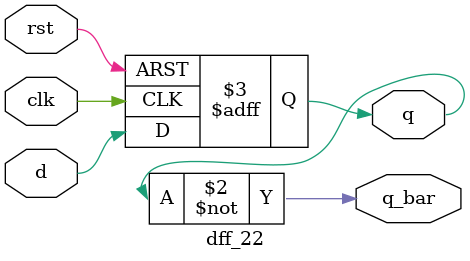
<source format=v>
module dff_22(q, q_bar, d, clk, rst);
  output q, q_bar;
  input d, clk, rst;
  reg q;
  always @(posedge clk or posedge rst)
    if (rst)
      q <= 1'b0;
    else
      q <= d;
  not(q_bar, q);
endmodule
</source>
